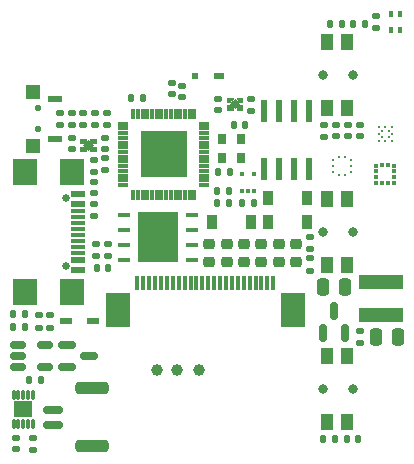
<source format=gbr>
%TF.GenerationSoftware,KiCad,Pcbnew,(6.99.0-1793-ga56955443f)*%
%TF.CreationDate,2022-09-01T09:47:35+01:00*%
%TF.ProjectId,Watchy-MrT-ESP32-S3-V1,57617463-6879-42d4-9d72-542d45535033,rev?*%
%TF.SameCoordinates,Original*%
%TF.FileFunction,Soldermask,Top*%
%TF.FilePolarity,Negative*%
%FSLAX46Y46*%
G04 Gerber Fmt 4.6, Leading zero omitted, Abs format (unit mm)*
G04 Created by KiCad (PCBNEW (6.99.0-1793-ga56955443f)) date 2022-09-01 09:47:35*
%MOMM*%
%LPD*%
G01*
G04 APERTURE LIST*
G04 Aperture macros list*
%AMRoundRect*
0 Rectangle with rounded corners*
0 $1 Rounding radius*
0 $2 $3 $4 $5 $6 $7 $8 $9 X,Y pos of 4 corners*
0 Add a 4 corners polygon primitive as box body*
4,1,4,$2,$3,$4,$5,$6,$7,$8,$9,$2,$3,0*
0 Add four circle primitives for the rounded corners*
1,1,$1+$1,$2,$3*
1,1,$1+$1,$4,$5*
1,1,$1+$1,$6,$7*
1,1,$1+$1,$8,$9*
0 Add four rect primitives between the rounded corners*
20,1,$1+$1,$2,$3,$4,$5,0*
20,1,$1+$1,$4,$5,$6,$7,0*
20,1,$1+$1,$6,$7,$8,$9,0*
20,1,$1+$1,$8,$9,$2,$3,0*%
G04 Aperture macros list end*
%ADD10C,0.001000*%
%ADD11C,0.000100*%
%ADD12RoundRect,0.140000X0.170000X-0.140000X0.170000X0.140000X-0.170000X0.140000X-0.170000X-0.140000X0*%
%ADD13RoundRect,0.150000X-0.587500X-0.150000X0.587500X-0.150000X0.587500X0.150000X-0.587500X0.150000X0*%
%ADD14R,0.250000X0.275000*%
%ADD15R,0.275000X0.250000*%
%ADD16R,0.533400X1.981200*%
%ADD17C,0.200000*%
%ADD18R,0.375000X0.350000*%
%ADD19R,0.350000X0.375000*%
%ADD20R,0.300000X1.300000*%
%ADD21R,2.000000X3.000000*%
%ADD22RoundRect,0.006600X-0.103400X0.373400X-0.103400X-0.373400X0.103400X-0.373400X0.103400X0.373400X0*%
%ADD23R,1.500000X1.400000*%
%ADD24RoundRect,0.150000X0.150000X-0.587500X0.150000X0.587500X-0.150000X0.587500X-0.150000X-0.587500X0*%
%ADD25RoundRect,0.135000X0.185000X-0.135000X0.185000X0.135000X-0.185000X0.135000X-0.185000X-0.135000X0*%
%ADD26RoundRect,0.250000X0.250000X0.475000X-0.250000X0.475000X-0.250000X-0.475000X0.250000X-0.475000X0*%
%ADD27RoundRect,0.150000X-0.512500X-0.150000X0.512500X-0.150000X0.512500X0.150000X-0.512500X0.150000X0*%
%ADD28RoundRect,0.140000X-0.140000X-0.170000X0.140000X-0.170000X0.140000X0.170000X-0.140000X0.170000X0*%
%ADD29RoundRect,0.225000X0.250000X-0.225000X0.250000X0.225000X-0.250000X0.225000X-0.250000X-0.225000X0*%
%ADD30RoundRect,0.135000X-0.135000X-0.185000X0.135000X-0.185000X0.135000X0.185000X-0.135000X0.185000X0*%
%ADD31R,1.050000X0.450000*%
%ADD32R,3.450000X4.350000*%
%ADD33RoundRect,0.150000X-0.700000X0.150000X-0.700000X-0.150000X0.700000X-0.150000X0.700000X0.150000X0*%
%ADD34RoundRect,0.250000X-1.150000X0.250000X-1.150000X-0.250000X1.150000X-0.250000X1.150000X0.250000X0*%
%ADD35RoundRect,0.250000X-0.250000X-0.475000X0.250000X-0.475000X0.250000X0.475000X-0.250000X0.475000X0*%
%ADD36C,0.650000*%
%ADD37R,1.150000X0.600000*%
%ADD38R,1.150000X0.300000*%
%ADD39R,2.000000X2.180000*%
%ADD40RoundRect,0.006600X-0.103400X0.398400X-0.103400X-0.398400X0.103400X-0.398400X0.103400X0.398400X0*%
%ADD41RoundRect,0.022000X-0.383000X0.088000X-0.383000X-0.088000X0.383000X-0.088000X0.383000X0.088000X0*%
%ADD42R,4.000000X4.000000*%
%ADD43R,1.000000X1.400000*%
%ADD44C,0.800000*%
%ADD45R,0.900000X1.200000*%
%ADD46C,1.000000*%
%ADD47R,0.650000X0.850000*%
%ADD48R,0.300000X0.450000*%
%ADD49RoundRect,0.140000X-0.170000X0.140000X-0.170000X-0.140000X0.170000X-0.140000X0.170000X0.140000X0*%
%ADD50RoundRect,0.135000X0.135000X0.185000X-0.135000X0.185000X-0.135000X-0.185000X0.135000X-0.185000X0*%
%ADD51RoundRect,0.147500X0.147500X0.172500X-0.147500X0.172500X-0.147500X-0.172500X0.147500X-0.172500X0*%
%ADD52C,0.550000*%
%ADD53R,1.200000X1.200000*%
%ADD54R,1.200000X0.500000*%
%ADD55R,1.100000X0.500000*%
%ADD56R,0.400000X0.500000*%
%ADD57RoundRect,0.140000X0.140000X0.170000X-0.140000X0.170000X-0.140000X-0.170000X0.140000X-0.170000X0*%
%ADD58R,0.500000X0.500000*%
%ADD59R,0.900000X0.500000*%
%ADD60R,3.700000X1.200000*%
G04 APERTURE END LIST*
%TO.C,U4*%
G36*
X129212500Y-63400000D02*
G01*
X128812500Y-63800000D01*
X128412500Y-63400000D01*
X128812500Y-63000000D01*
X129212500Y-63400000D01*
G37*
D10*
X129212500Y-63400000D02*
X128812500Y-63800000D01*
X128412500Y-63400000D01*
X128812500Y-63000000D01*
X129212500Y-63400000D01*
G36*
X129462500Y-63905000D02*
G01*
X128972500Y-63905000D01*
X128972500Y-63745000D01*
X129172500Y-63545000D01*
X129462500Y-63545000D01*
X129462500Y-63905000D01*
G37*
D11*
X129462500Y-63905000D02*
X128972500Y-63905000D01*
X128972500Y-63745000D01*
X129172500Y-63545000D01*
X129462500Y-63545000D01*
X129462500Y-63905000D01*
G36*
X129462500Y-63255000D02*
G01*
X129172500Y-63255000D01*
X128972500Y-63055000D01*
X128972500Y-62895000D01*
X129462500Y-62895000D01*
X129462500Y-63255000D01*
G37*
X129462500Y-63255000D02*
X129172500Y-63255000D01*
X128972500Y-63055000D01*
X128972500Y-62895000D01*
X129462500Y-62895000D01*
X129462500Y-63255000D01*
G36*
X128652500Y-63745000D02*
G01*
X128652500Y-63905000D01*
X128162500Y-63905000D01*
X128162500Y-63545000D01*
X128452500Y-63545000D01*
X128652500Y-63745000D01*
G37*
X128652500Y-63745000D02*
X128652500Y-63905000D01*
X128162500Y-63905000D01*
X128162500Y-63545000D01*
X128452500Y-63545000D01*
X128652500Y-63745000D01*
G36*
X128652500Y-63055000D02*
G01*
X128452500Y-63255000D01*
X128162500Y-63255000D01*
X128162500Y-62895000D01*
X128652500Y-62895000D01*
X128652500Y-63055000D01*
G37*
X128652500Y-63055000D02*
X128452500Y-63255000D01*
X128162500Y-63255000D01*
X128162500Y-62895000D01*
X128652500Y-62895000D01*
X128652500Y-63055000D01*
%TO.C,U3*%
G36*
X116800000Y-66900000D02*
G01*
X116400000Y-67300000D01*
X116000000Y-66900000D01*
X116400000Y-66500000D01*
X116800000Y-66900000D01*
G37*
D10*
X116800000Y-66900000D02*
X116400000Y-67300000D01*
X116000000Y-66900000D01*
X116400000Y-66500000D01*
X116800000Y-66900000D01*
G36*
X117050000Y-67405000D02*
G01*
X116560000Y-67405000D01*
X116560000Y-67245000D01*
X116760000Y-67045000D01*
X117050000Y-67045000D01*
X117050000Y-67405000D01*
G37*
D11*
X117050000Y-67405000D02*
X116560000Y-67405000D01*
X116560000Y-67245000D01*
X116760000Y-67045000D01*
X117050000Y-67045000D01*
X117050000Y-67405000D01*
G36*
X117050000Y-66755000D02*
G01*
X116760000Y-66755000D01*
X116560000Y-66555000D01*
X116560000Y-66395000D01*
X117050000Y-66395000D01*
X117050000Y-66755000D01*
G37*
X117050000Y-66755000D02*
X116760000Y-66755000D01*
X116560000Y-66555000D01*
X116560000Y-66395000D01*
X117050000Y-66395000D01*
X117050000Y-66755000D01*
G36*
X116240000Y-67245000D02*
G01*
X116240000Y-67405000D01*
X115750000Y-67405000D01*
X115750000Y-67045000D01*
X116040000Y-67045000D01*
X116240000Y-67245000D01*
G37*
X116240000Y-67245000D02*
X116240000Y-67405000D01*
X115750000Y-67405000D01*
X115750000Y-67045000D01*
X116040000Y-67045000D01*
X116240000Y-67245000D01*
G36*
X116240000Y-66555000D02*
G01*
X116040000Y-66755000D01*
X115750000Y-66755000D01*
X115750000Y-66395000D01*
X116240000Y-66395000D01*
X116240000Y-66555000D01*
G37*
X116240000Y-66555000D02*
X116040000Y-66755000D01*
X115750000Y-66755000D01*
X115750000Y-66395000D01*
X116240000Y-66395000D01*
X116240000Y-66555000D01*
%TD*%
D12*
%TO.C,C28*%
X140800000Y-56980000D03*
X140800000Y-56020000D03*
%TD*%
D13*
%TO.C,Q2*%
X114612500Y-83800000D03*
X114612500Y-85700000D03*
X116487500Y-84750000D03*
%TD*%
D14*
%TO.C,IC2*%
X138149999Y-67936999D03*
X137649999Y-67936999D03*
D15*
X137137999Y-68199999D03*
X137137999Y-68699999D03*
X137137999Y-69199999D03*
D14*
X137649999Y-69462999D03*
X138149999Y-69462999D03*
D15*
X138661999Y-69199999D03*
X138661999Y-68699999D03*
X138661999Y-68199999D03*
%TD*%
D16*
%TO.C,U6*%
X131294999Y-68963799D03*
X132564999Y-68963799D03*
X133834999Y-68963799D03*
X135104999Y-68963799D03*
X135104999Y-64036199D03*
X133834999Y-64036199D03*
X132564999Y-64036199D03*
X131294999Y-64036199D03*
%TD*%
D17*
%TO.C,U7*%
X140981750Y-65399000D03*
X141547750Y-65399000D03*
X142113750Y-65399000D03*
X141264750Y-65682000D03*
X141830750Y-65682000D03*
X140981750Y-65965000D03*
X142113750Y-65965000D03*
X141264750Y-66248000D03*
X141830750Y-66248000D03*
X140981750Y-66531000D03*
X141547750Y-66531000D03*
X142113750Y-66531000D03*
%TD*%
D12*
%TO.C,C35*%
X124350000Y-62880000D03*
X124350000Y-61920000D03*
%TD*%
D18*
%TO.C,U8*%
X140787499Y-68649999D03*
X140787499Y-69149999D03*
X140787499Y-69649999D03*
X140787499Y-70149999D03*
D19*
X141299999Y-70162499D03*
X141799999Y-70162499D03*
D18*
X142312499Y-70149999D03*
X142312499Y-69649999D03*
X142312499Y-69149999D03*
X142312499Y-68649999D03*
D19*
X141799999Y-68637499D03*
X141299999Y-68637499D03*
%TD*%
D20*
%TO.C,J1*%
X132069999Y-78569999D03*
X131569999Y-78569999D03*
X131069999Y-78569999D03*
X130569999Y-78569999D03*
X130069999Y-78569999D03*
X129569999Y-78569999D03*
X129069999Y-78569999D03*
X128569999Y-78569999D03*
X128069999Y-78569999D03*
X127569999Y-78569999D03*
X127069999Y-78569999D03*
X126569999Y-78569999D03*
X126069999Y-78569999D03*
X125569999Y-78569999D03*
X125069999Y-78569999D03*
X124569999Y-78569999D03*
X124069999Y-78569999D03*
X123569999Y-78569999D03*
X123069999Y-78569999D03*
X122569999Y-78569999D03*
X122069999Y-78569999D03*
X121569999Y-78569999D03*
X121069999Y-78569999D03*
X120569999Y-78569999D03*
D21*
X118919999Y-80919999D03*
X133719999Y-80919999D03*
%TD*%
D22*
%TO.C,U10*%
X111700000Y-88070000D03*
X111300000Y-88070000D03*
X110900000Y-88070000D03*
X110500000Y-88070000D03*
X110100000Y-88070000D03*
X110100000Y-90530000D03*
X110500000Y-90530000D03*
X110900000Y-90530000D03*
X111300000Y-90530000D03*
X111700000Y-90530000D03*
D23*
X110899999Y-89299999D03*
%TD*%
D24*
%TO.C,Q1*%
X136250000Y-82812500D03*
X138150000Y-82812500D03*
X137200000Y-80937500D03*
%TD*%
D25*
%TO.C,R6*%
X113200000Y-82360000D03*
X113200000Y-81340000D03*
%TD*%
D12*
%TO.C,C27*%
X137400000Y-66180000D03*
X137400000Y-65220000D03*
%TD*%
D26*
%TO.C,C8*%
X142650000Y-83175000D03*
X140750000Y-83175000D03*
%TD*%
D12*
%TO.C,C30*%
X117000000Y-65180000D03*
X117000000Y-64220000D03*
%TD*%
D27*
%TO.C,U2*%
X110462500Y-83800000D03*
X110462500Y-84750000D03*
X110462500Y-85700000D03*
X112737500Y-85700000D03*
X112737500Y-83800000D03*
%TD*%
D28*
%TO.C,C1*%
X128720000Y-65200000D03*
X129680000Y-65200000D03*
%TD*%
D25*
%TO.C,R3*%
X135200000Y-77535000D03*
X135200000Y-76515000D03*
%TD*%
D29*
%TO.C,C16*%
X126650000Y-76800000D03*
X126650000Y-75250000D03*
%TD*%
D30*
%TO.C,R17*%
X120030000Y-62900000D03*
X121050000Y-62900000D03*
%TD*%
D25*
%TO.C,R9*%
X111700000Y-92710000D03*
X111700000Y-91690000D03*
%TD*%
D29*
%TO.C,C10*%
X129600000Y-76800000D03*
X129600000Y-75250000D03*
%TD*%
D31*
%TO.C,IC1*%
X125149999Y-76604999D03*
X125149999Y-75334999D03*
X125149999Y-74064999D03*
X125149999Y-72794999D03*
X119449999Y-72794999D03*
X119449999Y-74064999D03*
X119449999Y-75334999D03*
X119449999Y-76604999D03*
D32*
X122299999Y-74699999D03*
%TD*%
D33*
%TO.C,J3*%
X113400000Y-89325000D03*
X113400000Y-90575000D03*
D34*
X116750000Y-87475000D03*
X116750000Y-92425000D03*
%TD*%
D35*
%TO.C,C9*%
X136250000Y-78950000D03*
X138150000Y-78950000D03*
%TD*%
D36*
%TO.C,J2*%
X114490000Y-71380000D03*
X114490000Y-77160000D03*
D37*
X115564999Y-71069999D03*
X115564999Y-71869999D03*
D38*
X115564999Y-73019999D03*
X115564999Y-74019999D03*
X115564999Y-74519999D03*
X115564999Y-75519999D03*
D37*
X115564999Y-77469999D03*
X115564999Y-76669999D03*
D38*
X115564999Y-76019999D03*
X115564999Y-75019999D03*
X115564999Y-73519999D03*
X115564999Y-72519999D03*
D39*
X114989999Y-69159999D03*
X114989999Y-79379999D03*
X111059999Y-69159999D03*
X111059999Y-79379999D03*
%TD*%
D40*
%TO.C,U1*%
X125400000Y-64255000D03*
X125000000Y-64255000D03*
X124600000Y-64255000D03*
X124200000Y-64255000D03*
X123800000Y-64255000D03*
X123400000Y-64255000D03*
X123000000Y-64255000D03*
X122600000Y-64255000D03*
X122200000Y-64255000D03*
X121800000Y-64255000D03*
X121400000Y-64255000D03*
X121000000Y-64255000D03*
X120600000Y-64255000D03*
X120200000Y-64255000D03*
D41*
X119355000Y-65100000D03*
X119355000Y-65500000D03*
X119355000Y-65900000D03*
X119355000Y-66300000D03*
X119355000Y-66700000D03*
X119355000Y-67100000D03*
X119355000Y-67500000D03*
X119355000Y-67900000D03*
X119355000Y-68300000D03*
X119355000Y-68700000D03*
X119355000Y-69100000D03*
X119355000Y-69500000D03*
X119355000Y-69900000D03*
X119355000Y-70300000D03*
D40*
X120200000Y-71145000D03*
X120600000Y-71145000D03*
X121000000Y-71145000D03*
X121400000Y-71145000D03*
X121800000Y-71145000D03*
X122200000Y-71145000D03*
X122600000Y-71145000D03*
X123000000Y-71145000D03*
X123400000Y-71145000D03*
X123800000Y-71145000D03*
X124200000Y-71145000D03*
X124600000Y-71145000D03*
X125000000Y-71145000D03*
X125400000Y-71145000D03*
D41*
X126245000Y-70300000D03*
X126245000Y-69900000D03*
X126245000Y-69500000D03*
X126245000Y-69100000D03*
X126245000Y-68700000D03*
X126245000Y-68300000D03*
X126245000Y-67900000D03*
X126245000Y-67500000D03*
X126245000Y-67100000D03*
X126245000Y-66700000D03*
X126245000Y-66300000D03*
X126245000Y-65900000D03*
X126245000Y-65500000D03*
X126245000Y-65100000D03*
D42*
X122799999Y-67699999D03*
%TD*%
D43*
%TO.C,SW2*%
X138349999Y-71474999D03*
X136649999Y-71474999D03*
D44*
X138850000Y-74275000D03*
X136250000Y-74275000D03*
D43*
X138349999Y-77074999D03*
X136649999Y-77074999D03*
%TD*%
D45*
%TO.C,D2*%
X131649999Y-71399999D03*
X134949999Y-71399999D03*
%TD*%
D46*
%TO.C,GND*%
X123950000Y-86000000D03*
%TD*%
D29*
%TO.C,C15*%
X128125000Y-76800000D03*
X128125000Y-75250000D03*
%TD*%
D30*
%TO.C,R18*%
X136890000Y-56700000D03*
X137910000Y-56700000D03*
%TD*%
D47*
%TO.C,Y1*%
X127724999Y-67974999D03*
X129374999Y-67974999D03*
X129374999Y-66424999D03*
X127724999Y-66424999D03*
%TD*%
D48*
%TO.C,U5*%
X129399999Y-70799999D03*
X129899999Y-70799999D03*
X130399999Y-70799999D03*
X130399999Y-69399999D03*
X129399999Y-69399999D03*
%TD*%
D45*
%TO.C,D1*%
X130149999Y-73399999D03*
X126849999Y-73399999D03*
%TD*%
D25*
%TO.C,R13*%
X117025000Y-76335000D03*
X117025000Y-75315000D03*
%TD*%
D29*
%TO.C,C12*%
X134025000Y-76800000D03*
X134025000Y-75250000D03*
%TD*%
D12*
%TO.C,C3*%
X115000000Y-65180000D03*
X115000000Y-64220000D03*
%TD*%
D25*
%TO.C,R7*%
X112200000Y-82360000D03*
X112200000Y-81340000D03*
%TD*%
D12*
%TO.C,C32*%
X123500000Y-62630000D03*
X123500000Y-61670000D03*
%TD*%
D49*
%TO.C,C23*%
X130200000Y-63040000D03*
X130200000Y-64000000D03*
%TD*%
D43*
%TO.C,SW1*%
X138349999Y-58199999D03*
X136649999Y-58199999D03*
D44*
X138850000Y-61000000D03*
X136250000Y-61000000D03*
D43*
X138349999Y-63799999D03*
X136649999Y-63799999D03*
%TD*%
D50*
%TO.C,R8*%
X111060000Y-82300000D03*
X110040000Y-82300000D03*
%TD*%
D29*
%TO.C,C13*%
X132550000Y-76800000D03*
X132550000Y-75250000D03*
%TD*%
D49*
%TO.C,C22*%
X117800000Y-66320000D03*
X117800000Y-67280000D03*
%TD*%
D25*
%TO.C,R15*%
X135200000Y-75710000D03*
X135200000Y-74690000D03*
%TD*%
D46*
%TO.C,VCC*%
X122200000Y-86000000D03*
%TD*%
D28*
%TO.C,C11*%
X138300000Y-91800000D03*
X139260000Y-91800000D03*
%TD*%
D30*
%TO.C,R19*%
X138790000Y-56700000D03*
X139810000Y-56700000D03*
%TD*%
D12*
%TO.C,C29*%
X118000000Y-65180000D03*
X118000000Y-64220000D03*
%TD*%
D43*
%TO.C,SW3*%
X138349999Y-84749999D03*
X136649999Y-84749999D03*
D44*
X138850000Y-87550000D03*
X136250000Y-87550000D03*
D43*
X138349999Y-90349999D03*
X136649999Y-90349999D03*
%TD*%
D29*
%TO.C,C14*%
X131075000Y-76800000D03*
X131075000Y-75250000D03*
%TD*%
D51*
%TO.C,D5*%
X111035000Y-81250000D03*
X110065000Y-81250000D03*
%TD*%
D46*
%TO.C,3V3*%
X125800000Y-86000000D03*
%TD*%
D49*
%TO.C,C21*%
X115000000Y-66320000D03*
X115000000Y-67280000D03*
%TD*%
D52*
%TO.C,SW4*%
X112122750Y-65589000D03*
X112122750Y-63747500D03*
D53*
X111741749Y-66985999D03*
X111741749Y-62413999D03*
D54*
X113583249Y-66374999D03*
X113583249Y-63024999D03*
%TD*%
D55*
%TO.C,D4*%
X116849999Y-81849999D03*
X114549999Y-81849999D03*
%TD*%
D49*
%TO.C,C31*%
X116900000Y-68220000D03*
X116900000Y-69180000D03*
%TD*%
%TO.C,C17*%
X110300000Y-91720000D03*
X110300000Y-92680000D03*
%TD*%
D56*
%TO.C,U9*%
X142799999Y-55799999D03*
X141999999Y-55799999D03*
X141999999Y-57199999D03*
X142799999Y-57199999D03*
%TD*%
D57*
%TO.C,C4*%
X112380000Y-86800000D03*
X111420000Y-86800000D03*
%TD*%
D45*
%TO.C,D3*%
X131649999Y-73399999D03*
X134949999Y-73399999D03*
%TD*%
D25*
%TO.C,R14*%
X136400000Y-66210000D03*
X136400000Y-65190000D03*
%TD*%
D57*
%TO.C,C5*%
X128300000Y-71800000D03*
X127340000Y-71800000D03*
%TD*%
D12*
%TO.C,C26*%
X139400000Y-66180000D03*
X139400000Y-65220000D03*
%TD*%
D58*
%TO.C,AE1*%
X125404999Y-61099999D03*
D59*
X127504999Y-61099999D03*
%TD*%
D50*
%TO.C,R4*%
X128310000Y-70800000D03*
X127290000Y-70800000D03*
%TD*%
D25*
%TO.C,R10*%
X117800000Y-69060000D03*
X117800000Y-68040000D03*
%TD*%
D49*
%TO.C,C20*%
X127400000Y-63020000D03*
X127400000Y-63980000D03*
%TD*%
D57*
%TO.C,C2*%
X128380000Y-69200000D03*
X127420000Y-69200000D03*
%TD*%
%TO.C,C7*%
X118080000Y-77300000D03*
X117120000Y-77300000D03*
%TD*%
D12*
%TO.C,C25*%
X138400000Y-66180000D03*
X138400000Y-65220000D03*
%TD*%
D30*
%TO.C,R2*%
X129390000Y-71800000D03*
X130410000Y-71800000D03*
%TD*%
D25*
%TO.C,R1*%
X114000000Y-65210000D03*
X114000000Y-64190000D03*
%TD*%
D49*
%TO.C,C33*%
X116900000Y-70020000D03*
X116900000Y-70980000D03*
%TD*%
D25*
%TO.C,R12*%
X116900000Y-72935000D03*
X116900000Y-71915000D03*
%TD*%
D60*
%TO.C,L2*%
X141199999Y-78499999D03*
X141199999Y-81299999D03*
%TD*%
D12*
%TO.C,C6*%
X118100000Y-76280000D03*
X118100000Y-75320000D03*
%TD*%
D25*
%TO.C,R5*%
X139450000Y-83660000D03*
X139450000Y-82640000D03*
%TD*%
D30*
%TO.C,R16*%
X136290000Y-91800000D03*
X137310000Y-91800000D03*
%TD*%
D12*
%TO.C,C34*%
X116000000Y-65180000D03*
X116000000Y-64220000D03*
%TD*%
M02*

</source>
